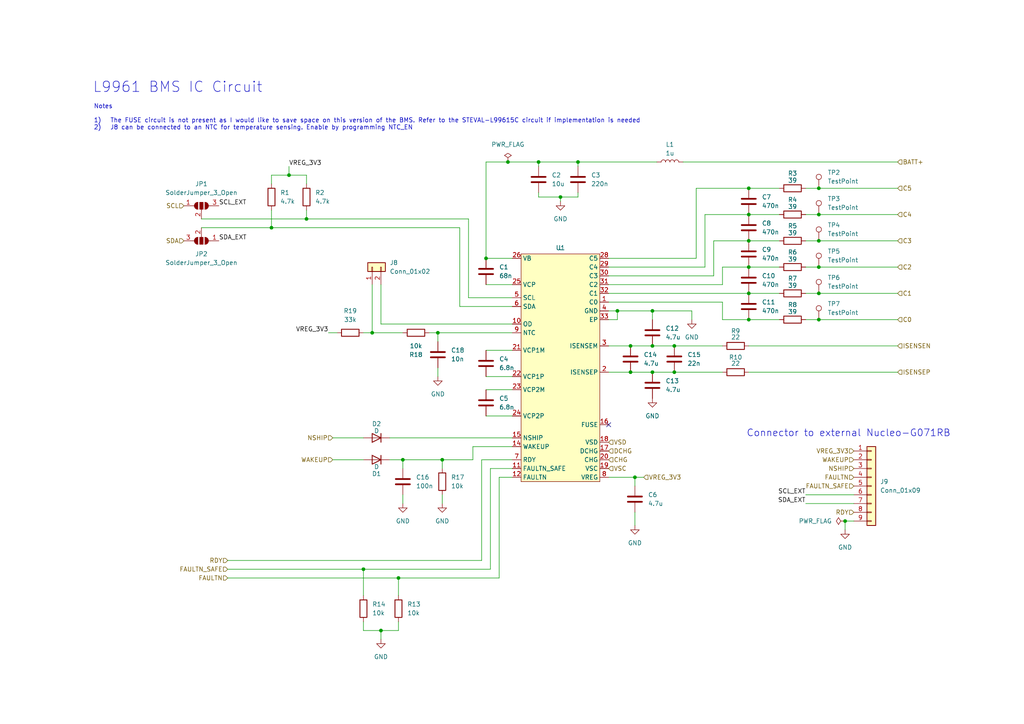
<source format=kicad_sch>
(kicad_sch (version 20231120) (generator "eeschema") (generator_version "8.0")
  (paper "A4")
  (lib_symbols
    (symbol "Connector:TestPoint" (pin_numbers hide) (pin_names (offset 0.762) hide)
      (property "Reference" "TP" (at 0 6.858 0))
      (property "Value" "TestPoint" (at 0 5.08 0))
      (symbol "TestPoint_0_1"
        (circle (center 0 3.302) (radius 0.762))
      )
      (symbol "TestPoint_1_1"
        (pin passive line (at 0 0 90) (length 2.54) (name "1") (number "1"))
      )
    )
    (symbol "Connector_Generic:Conn_01x02" (pin_names (offset 1.016) hide)
      (property "Reference" "J" (at 0 2.54 0))
      (property "Value" "Conn_01x02" (at 0 -5.08 0))
      (symbol "Conn_01x02_1_1"
        (rectangle (start -1.27 -2.413) (end 0 -2.667) (stroke (width 0.1524)))
        (rectangle (start -1.27 0.127) (end 0 -0.127) (stroke (width 0.1524)))
        (rectangle (start -1.27 1.27) (end 1.27 -3.81) (stroke (width 0.254)) (fill (type background)))
        (pin passive line (at -5.08 0 0) (length 3.81) (name "Pin_1") (number "1"))
        (pin passive line (at -5.08 -2.54 0) (length 3.81) (name "Pin_2") (number "2"))
      )
    )
    (symbol "Connector_Generic:Conn_01x09" (pin_names (offset 1.016) hide)
      (property "Reference" "J" (at 0 12.7 0))
      (property "Value" "Conn_01x09" (at 0 -12.7 0))
      (symbol "Conn_01x09_1_1"
        (rectangle (start -1.27 -10.033) (end 0 -10.287) (stroke (width 0.1524)))
        (rectangle (start -1.27 -7.493) (end 0 -7.747) (stroke (width 0.1524)))
        (rectangle (start -1.27 -4.953) (end 0 -5.207) (stroke (width 0.1524)))
        (rectangle (start -1.27 -2.413) (end 0 -2.667) (stroke (width 0.1524)))
        (rectangle (start -1.27 0.127) (end 0 -0.127) (stroke (width 0.1524)))
        (rectangle (start -1.27 2.667) (end 0 2.413) (stroke (width 0.1524)))
        (rectangle (start -1.27 5.207) (end 0 4.953) (stroke (width 0.1524)))
        (rectangle (start -1.27 7.747) (end 0 7.493) (stroke (width 0.1524)))
        (rectangle (start -1.27 10.287) (end 0 10.033) (stroke (width 0.1524)))
        (rectangle (start -1.27 11.43) (end 1.27 -11.43) (stroke (width 0.254)) (fill (type background)))
        (pin passive line (at -5.08 10.16 0) (length 3.81) (name "Pin_1") (number "1"))
        (pin passive line (at -5.08 7.62 0) (length 3.81) (name "Pin_2") (number "2"))
        (pin passive line (at -5.08 5.08 0) (length 3.81) (name "Pin_3") (number "3"))
        (pin passive line (at -5.08 2.54 0) (length 3.81) (name "Pin_4") (number "4"))
        (pin passive line (at -5.08 0 0) (length 3.81) (name "Pin_5") (number "5"))
        (pin passive line (at -5.08 -2.54 0) (length 3.81) (name "Pin_6") (number "6"))
        (pin passive line (at -5.08 -5.08 0) (length 3.81) (name "Pin_7") (number "7"))
        (pin passive line (at -5.08 -7.62 0) (length 3.81) (name "Pin_8") (number "8"))
        (pin passive line (at -5.08 -10.16 0) (length 3.81) (name "Pin_9") (number "9"))
      )
    )
    (symbol "Device:C" (pin_numbers hide) (pin_names (offset 0.254))
      (property "Reference" "C" (at 0.635 2.54 0))
      (property "Value" "C" (at 0.635 -2.54 0))
      (symbol "C_0_1"
        (polyline (pts (xy -2.032 -0.762) (xy 2.032 -0.762)) (stroke (width 0.508)))
        (polyline (pts (xy -2.032 0.762) (xy 2.032 0.762)) (stroke (width 0.508)))
      )
      (symbol "C_1_1"
        (pin passive line (at 0 3.81 270) (length 2.794) (name "~") (number "1"))
        (pin passive line (at 0 -3.81 90) (length 2.794) (name "~") (number "2"))
      )
    )
    (symbol "Device:D" (pin_numbers hide) (pin_names (offset 1.016) hide)
      (property "Reference" "D" (at 0 2.54 0))
      (property "Value" "D" (at 0 -2.54 0))
      (symbol "D_0_1"
        (polyline (pts (xy -1.27 1.27) (xy -1.27 -1.27)) (stroke (width 0.254)))
        (polyline (pts (xy 1.27 0) (xy -1.27 0)))
        (polyline (pts (xy 1.27 1.27) (xy 1.27 -1.27) (xy -1.27 0) (xy 1.27 1.27)) (stroke (width 0.254)))
      )
      (symbol "D_1_1"
        (pin passive line (at -3.81 0 0) (length 2.54) (name "K") (number "1"))
        (pin passive line (at 3.81 0 180) (length 2.54) (name "A") (number "2"))
      )
    )
    (symbol "Device:L" (pin_numbers hide) (pin_names (offset 1.016) hide)
      (property "Reference" "L" (at -1.27 0 90))
      (property "Value" "L" (at 1.905 0 90))
      (symbol "L_0_1"
        (arc (start 0 -2.54) (mid 0.6323 -1.905) (end 0 -1.27))
        (arc (start 0 -1.27) (mid 0.6323 -0.635) (end 0 0))
        (arc (start 0 0) (mid 0.6323 0.635) (end 0 1.27))
        (arc (start 0 1.27) (mid 0.6323 1.905) (end 0 2.54))
      )
      (symbol "L_1_1"
        (pin passive line (at 0 3.81 270) (length 1.27) (name "1") (number "1"))
        (pin passive line (at 0 -3.81 90) (length 1.27) (name "2") (number "2"))
      )
    )
    (symbol "Device:R" (pin_numbers hide) (pin_names (offset 0))
      (property "Reference" "R" (at 2.032 0 90))
      (property "Value" "R" (at 0 0 90))
      (symbol "R_0_1"
        (rectangle (start -1.016 -2.54) (end 1.016 2.54) (stroke (width 0.254)))
      )
      (symbol "R_1_1"
        (pin passive line (at 0 3.81 270) (length 1.27) (name "~") (number "1"))
        (pin passive line (at 0 -3.81 90) (length 1.27) (name "~") (number "2"))
      )
    )
    (symbol "Jumper:SolderJumper_3_Open" (pin_names (offset 0) hide)
      (property "Reference" "JP" (at -2.54 -2.54 0))
      (property "Value" "SolderJumper_3_Open" (at 0 2.794 0))
      (symbol "SolderJumper_3_Open_0_1"
        (arc (start -1.016 1.016) (mid -2.0276 0) (end -1.016 -1.016))
        (arc (start -1.016 1.016) (mid -2.0276 0) (end -1.016 -1.016) (fill (type outline)))
        (rectangle (start -0.508 1.016) (end 0.508 -1.016) (fill (type outline)))
        (polyline (pts (xy -2.54 0) (xy -2.032 0)))
        (polyline (pts (xy -1.016 1.016) (xy -1.016 -1.016)))
        (polyline (pts (xy 0 -1.27) (xy 0 -1.016)))
        (polyline (pts (xy 1.016 1.016) (xy 1.016 -1.016)))
        (polyline (pts (xy 2.54 0) (xy 2.032 0)))
        (arc (start 1.016 -1.016) (mid 2.0276 0) (end 1.016 1.016))
        (arc (start 1.016 -1.016) (mid 2.0276 0) (end 1.016 1.016) (fill (type outline)))
      )
      (symbol "SolderJumper_3_Open_1_1"
        (pin passive line (at -5.08 0 0) (length 2.54) (name "A") (number "1"))
        (pin passive line (at 0 -3.81 90) (length 2.54) (name "C") (number "2"))
        (pin passive line (at 5.08 0 180) (length 2.54) (name "B") (number "3"))
      )
    )
    (symbol "li-ion_BMS:L9961"
      (property "Reference" "U" (at 0 2.032 0))
      (property "Value" "L9961" (at -8.636 1.778 0))
      (symbol "L9961_1_1"
        (rectangle (start -11.43 0) (end 11.43 -66.04) (fill (type background)))
        (pin input line (at 13.97 -13.97 180) (length 2.54) (name "C0") (number "1"))
        (pin input line (at -13.97 -20.32 0) (length 2.54) (name "OD") (number "10"))
        (pin output line (at -13.97 -62.23 0) (length 2.54) (name "FAULTN_SAFE") (number "11"))
        (pin input line (at -13.97 -64.77 0) (length 2.54) (name "FAULTN") (number "12"))
        (pin power_in line (at 13.97 -16.51 180) (length 2.54) hide (name "GND") (number "13"))
        (pin input line (at -13.97 -55.88 0) (length 2.54) (name "WAKEUP") (number "14"))
        (pin input line (at -13.97 -53.34 0) (length 2.54) (name "NSHIP") (number "15"))
        (pin bidirectional line (at 13.97 -49.53 180) (length 2.54) (name "FUSE") (number "16"))
        (pin output line (at 13.97 -57.15 180) (length 2.54) (name "DCHG") (number "17"))
        (pin output line (at 13.97 -54.61 180) (length 2.54) (name "VSD") (number "18"))
        (pin output line (at 13.97 -62.23 180) (length 2.54) (name "VSC") (number "19"))
        (pin input line (at 13.97 -34.29 180) (length 2.54) (name "ISENSEP") (number "2"))
        (pin output line (at 13.97 -59.69 180) (length 2.54) (name "CHG") (number "20"))
        (pin input line (at -13.97 -27.94 0) (length 2.54) (name "VCP1M") (number "21"))
        (pin input line (at -13.97 -35.56 0) (length 2.54) (name "VCP1P") (number "22"))
        (pin input line (at -13.97 -39.37 0) (length 2.54) (name "VCP2M") (number "23"))
        (pin input line (at -13.97 -46.99 0) (length 2.54) (name "VCP2P") (number "24"))
        (pin power_out line (at -13.97 -8.89 0) (length 2.54) (name "VCP") (number "25"))
        (pin power_in line (at -13.97 -1.27 0) (length 2.54) (name "VB") (number "26"))
        (pin power_in line (at 13.97 -16.51 180) (length 2.54) hide (name "GND") (number "27"))
        (pin input line (at 13.97 -1.27 180) (length 2.54) (name "C5") (number "28"))
        (pin input line (at 13.97 -3.81 180) (length 2.54) (name "C4") (number "29"))
        (pin input line (at 13.97 -26.67 180) (length 2.54) (name "ISENSEM") (number "3"))
        (pin input line (at 13.97 -6.35 180) (length 2.54) (name "C3") (number "30"))
        (pin input line (at 13.97 -8.89 180) (length 2.54) (name "C2") (number "31"))
        (pin input line (at 13.97 -11.43 180) (length 2.54) (name "C1") (number "32"))
        (pin passive line (at 13.97 -19.05 180) (length 2.54) (name "EP") (number "33"))
        (pin power_in line (at 13.97 -16.51 180) (length 2.54) (name "GND") (number "4"))
        (pin input line (at -13.97 -12.7 0) (length 2.54) (name "SCL") (number "5"))
        (pin input line (at -13.97 -15.24 0) (length 2.54) (name "SDA") (number "6"))
        (pin bidirectional line (at -13.97 -59.69 0) (length 2.54) (name "RDY") (number "7"))
        (pin power_out line (at 13.97 -64.77 180) (length 2.54) (name "VREG") (number "8"))
        (pin input line (at -13.97 -22.86 0) (length 2.54) (name "NTC") (number "9"))
      )
    )
    (symbol "power:GND" (power) (pin_names (offset 0))
      (property "Value" "GND" (at 0 -3.81 0))
      (symbol "GND_0_1"
        (polyline (pts (xy 0 0) (xy 0 -1.27) (xy 1.27 -1.27) (xy 0 -2.54) (xy -1.27 -1.27) (xy 0 -1.27)))
      )
      (symbol "GND_1_1"
        (pin power_in line (at 0 0 270) (length 0) hide (name "GND") (number "1"))
      )
    )
    (symbol "power:PWR_FLAG" (power) (pin_numbers hide) (pin_names (offset 0) hide)
      (property "Value" "PWR_FLAG" (at 0 3.81 0))
      (symbol "PWR_FLAG_0_0"
        (pin power_out line (at 0 0 90) (length 0) (name "pwr") (number "1"))
      )
      (symbol "PWR_FLAG_0_1"
        (polyline (pts (xy 0 0) (xy 0 1.27) (xy -1.016 1.905) (xy 0 2.54) (xy 1.016 1.905) (xy 0 1.27)))
      )
    )
  )
  (junction (at 184.15 138.43))
  (junction (at 217.17 54.61))
  (junction (at 116.84 133.35))
  (junction (at 162.56 57.15))
  (junction (at 127 96.52))
  (junction (at 105.41 165.1))
  (junction (at 217.17 62.23))
  (junction (at 147.32 46.99))
  (junction (at 78.74 66.04))
  (junction (at 115.57 167.64))
  (junction (at 217.17 77.47))
  (junction (at 107.95 96.52))
  (junction (at 237.49 69.85))
  (junction (at 83.82 50.8))
  (junction (at 195.58 100.33))
  (junction (at 237.49 62.23))
  (junction (at 128.27 133.35))
  (junction (at 189.23 107.95))
  (junction (at 237.49 92.71))
  (junction (at 167.64 46.99))
  (junction (at 217.17 85.09))
  (junction (at 245.11 151.13))
  (junction (at 189.23 100.33))
  (junction (at 237.49 85.09))
  (junction (at 110.49 182.88))
  (junction (at 182.88 107.95))
  (junction (at 195.58 107.95))
  (junction (at 156.21 46.99))
  (junction (at 189.23 90.17))
  (junction (at 237.49 77.47))
  (junction (at 217.17 69.85))
  (junction (at 182.88 100.33))
  (junction (at 217.17 92.71))
  (junction (at 179.07 90.17))
  (junction (at 88.9 63.5))
  (junction (at 140.97 74.93))
  (junction (at 237.49 54.61))
  (no_connect (at 176.53 123.19))
  (wire (pts (xy 133.35 88.9) (xy 148.59 88.9)))
  (wire (pts (xy 195.58 107.95) (xy 209.55 107.95)))
  (wire (pts (xy 113.03 133.35) (xy 116.84 133.35)))
  (wire (pts (xy 176.53 80.01) (xy 207.01 80.01)))
  (wire (pts (xy 176.53 74.93) (xy 201.93 74.93)))
  (wire (pts (xy 105.41 96.52) (xy 107.95 96.52)))
  (wire (pts (xy 88.9 50.8) (xy 88.9 53.34)))
  (wire (pts (xy 115.57 167.64) (xy 115.57 172.72)))
  (wire (pts (xy 233.68 77.47) (xy 237.49 77.47)))
  (wire (pts (xy 176.53 100.33) (xy 182.88 100.33)))
  (wire (pts (xy 176.53 107.95) (xy 182.88 107.95)))
  (wire (pts (xy 140.97 74.93) (xy 140.97 46.99)))
  (wire (pts (xy 189.23 90.17) (xy 200.66 90.17)))
  (wire (pts (xy 135.89 86.36) (xy 135.89 63.5)))
  (wire (pts (xy 198.12 46.99) (xy 260.35 46.99)))
  (wire (pts (xy 217.17 100.33) (xy 260.35 100.33)))
  (wire (pts (xy 237.49 69.85) (xy 260.35 69.85)))
  (wire (pts (xy 147.32 46.99) (xy 156.21 46.99)))
  (wire (pts (xy 209.55 82.55) (xy 209.55 77.47)))
  (wire (pts (xy 207.01 69.85) (xy 207.01 80.01)))
  (wire (pts (xy 95.25 96.52) (xy 97.79 96.52)))
  (wire (pts (xy 179.07 92.71) (xy 179.07 90.17)))
  (wire (pts (xy 156.21 57.15) (xy 162.56 57.15)))
  (wire (pts (xy 140.97 109.22) (xy 148.59 109.22)))
  (wire (pts (xy 182.88 107.95) (xy 189.23 107.95)))
  (wire (pts (xy 237.49 92.71) (xy 260.35 92.71)))
  (wire (pts (xy 156.21 46.99) (xy 156.21 48.26)))
  (wire (pts (xy 142.24 135.89) (xy 142.24 165.1)))
  (wire (pts (xy 128.27 133.35) (xy 137.16 133.35)))
  (wire (pts (xy 217.17 77.47) (xy 226.06 77.47)))
  (wire (pts (xy 66.04 162.56) (xy 139.7 162.56)))
  (wire (pts (xy 237.49 54.61) (xy 260.35 54.61)))
  (wire (pts (xy 179.07 90.17) (xy 189.23 90.17)))
  (wire (pts (xy 116.84 133.35) (xy 116.84 135.89)))
  (wire (pts (xy 217.17 92.71) (xy 226.06 92.71)))
  (wire (pts (xy 201.93 54.61) (xy 217.17 54.61)))
  (wire (pts (xy 148.59 135.89) (xy 142.24 135.89)))
  (wire (pts (xy 217.17 54.61) (xy 226.06 54.61)))
  (wire (pts (xy 83.82 50.8) (xy 88.9 50.8)))
  (wire (pts (xy 162.56 57.15) (xy 167.64 57.15)))
  (wire (pts (xy 201.93 54.61) (xy 201.93 74.93)))
  (wire (pts (xy 184.15 138.43) (xy 184.15 140.97)))
  (wire (pts (xy 233.68 146.05) (xy 247.65 146.05)))
  (wire (pts (xy 88.9 60.96) (xy 88.9 63.5)))
  (wire (pts (xy 189.23 100.33) (xy 195.58 100.33)))
  (wire (pts (xy 233.68 62.23) (xy 237.49 62.23)))
  (wire (pts (xy 116.84 143.51) (xy 116.84 146.05)))
  (wire (pts (xy 66.04 167.64) (xy 115.57 167.64)))
  (wire (pts (xy 176.53 92.71) (xy 179.07 92.71)))
  (wire (pts (xy 110.49 185.42) (xy 110.49 182.88)))
  (wire (pts (xy 237.49 85.09) (xy 260.35 85.09)))
  (wire (pts (xy 176.53 90.17) (xy 179.07 90.17)))
  (wire (pts (xy 245.11 151.13) (xy 245.11 153.67)))
  (wire (pts (xy 233.68 143.51) (xy 247.65 143.51)))
  (wire (pts (xy 127 96.52) (xy 148.59 96.52)))
  (wire (pts (xy 107.95 82.55) (xy 107.95 96.52)))
  (wire (pts (xy 233.68 69.85) (xy 237.49 69.85)))
  (wire (pts (xy 140.97 120.65) (xy 148.59 120.65)))
  (wire (pts (xy 233.68 92.71) (xy 237.49 92.71)))
  (wire (pts (xy 88.9 63.5) (xy 135.89 63.5)))
  (wire (pts (xy 176.53 82.55) (xy 209.55 82.55)))
  (wire (pts (xy 189.23 90.17) (xy 189.23 92.71)))
  (wire (pts (xy 137.16 129.54) (xy 148.59 129.54)))
  (wire (pts (xy 127 106.68) (xy 127 109.22)))
  (wire (pts (xy 217.17 85.09) (xy 226.06 85.09)))
  (wire (pts (xy 140.97 82.55) (xy 148.59 82.55)))
  (wire (pts (xy 107.95 96.52) (xy 116.84 96.52)))
  (wire (pts (xy 207.01 69.85) (xy 217.17 69.85)))
  (wire (pts (xy 184.15 148.59) (xy 184.15 152.4)))
  (wire (pts (xy 66.04 165.1) (xy 105.41 165.1)))
  (wire (pts (xy 144.78 138.43) (xy 148.59 138.43)))
  (wire (pts (xy 140.97 46.99) (xy 147.32 46.99)))
  (wire (pts (xy 245.11 151.13) (xy 247.65 151.13)))
  (wire (pts (xy 115.57 167.64) (xy 144.78 167.64)))
  (wire (pts (xy 209.55 87.63) (xy 209.55 92.71)))
  (wire (pts (xy 233.68 54.61) (xy 237.49 54.61)))
  (wire (pts (xy 139.7 162.56) (xy 139.7 133.35)))
  (wire (pts (xy 195.58 100.33) (xy 209.55 100.33)))
  (wire (pts (xy 110.49 182.88) (xy 115.57 182.88)))
  (wire (pts (xy 78.74 50.8) (xy 83.82 50.8)))
  (wire (pts (xy 204.47 62.23) (xy 204.47 77.47)))
  (wire (pts (xy 96.52 127) (xy 105.41 127)))
  (wire (pts (xy 156.21 55.88) (xy 156.21 57.15)))
  (wire (pts (xy 209.55 92.71) (xy 217.17 92.71)))
  (wire (pts (xy 128.27 143.51) (xy 128.27 146.05)))
  (wire (pts (xy 233.68 85.09) (xy 237.49 85.09)))
  (wire (pts (xy 167.64 57.15) (xy 167.64 55.88)))
  (wire (pts (xy 140.97 113.03) (xy 148.59 113.03)))
  (wire (pts (xy 176.53 85.09) (xy 217.17 85.09)))
  (wire (pts (xy 105.41 180.34) (xy 105.41 182.88)))
  (wire (pts (xy 78.74 60.96) (xy 78.74 66.04)))
  (wire (pts (xy 200.66 90.17) (xy 200.66 92.71)))
  (wire (pts (xy 140.97 101.6) (xy 148.59 101.6)))
  (wire (pts (xy 139.7 133.35) (xy 148.59 133.35)))
  (wire (pts (xy 58.42 66.04) (xy 78.74 66.04)))
  (wire (pts (xy 176.53 138.43) (xy 184.15 138.43)))
  (wire (pts (xy 184.15 138.43) (xy 186.69 138.43)))
  (wire (pts (xy 217.17 62.23) (xy 226.06 62.23)))
  (wire (pts (xy 110.49 82.55) (xy 110.49 93.98)))
  (wire (pts (xy 217.17 107.95) (xy 260.35 107.95)))
  (wire (pts (xy 162.56 57.15) (xy 162.56 58.42)))
  (wire (pts (xy 133.35 66.04) (xy 133.35 88.9)))
  (wire (pts (xy 113.03 127) (xy 148.59 127)))
  (wire (pts (xy 237.49 62.23) (xy 260.35 62.23)))
  (wire (pts (xy 237.49 77.47) (xy 260.35 77.47)))
  (wire (pts (xy 115.57 182.88) (xy 115.57 180.34)))
  (wire (pts (xy 116.84 133.35) (xy 128.27 133.35)))
  (wire (pts (xy 58.42 63.5) (xy 88.9 63.5)))
  (wire (pts (xy 105.41 165.1) (xy 142.24 165.1)))
  (wire (pts (xy 204.47 62.23) (xy 217.17 62.23)))
  (wire (pts (xy 127 96.52) (xy 127 99.06)))
  (wire (pts (xy 137.16 133.35) (xy 137.16 129.54)))
  (wire (pts (xy 167.64 46.99) (xy 167.64 48.26)))
  (wire (pts (xy 105.41 165.1) (xy 105.41 172.72)))
  (wire (pts (xy 78.74 53.34) (xy 78.74 50.8)))
  (wire (pts (xy 128.27 133.35) (xy 128.27 135.89)))
  (wire (pts (xy 182.88 100.33) (xy 189.23 100.33)))
  (wire (pts (xy 78.74 66.04) (xy 133.35 66.04)))
  (wire (pts (xy 167.64 46.99) (xy 190.5 46.99)))
  (wire (pts (xy 176.53 87.63) (xy 209.55 87.63)))
  (wire (pts (xy 144.78 167.64) (xy 144.78 138.43)))
  (wire (pts (xy 110.49 93.98) (xy 148.59 93.98)))
  (wire (pts (xy 189.23 107.95) (xy 195.58 107.95)))
  (wire (pts (xy 204.47 77.47) (xy 176.53 77.47)))
  (wire (pts (xy 209.55 77.47) (xy 217.17 77.47)))
  (wire (pts (xy 148.59 86.36) (xy 135.89 86.36)))
  (wire (pts (xy 124.46 96.52) (xy 127 96.52)))
  (wire (pts (xy 96.52 133.35) (xy 105.41 133.35)))
  (wire (pts (xy 83.82 48.26) (xy 83.82 50.8)))
  (wire (pts (xy 217.17 69.85) (xy 226.06 69.85)))
  (wire (pts (xy 156.21 46.99) (xy 167.64 46.99)))
  (wire (pts (xy 105.41 182.88) (xy 110.49 182.88)))
  (wire (pts (xy 140.97 74.93) (xy 148.59 74.93)))
  (text "L9961 BMS IC Circuit" (at 51.562 25.4 0) (effects (font (size 3 3))))
  (text "Notes\n\n1)	The FUSE circuit is not present as I would like to save space on this version of the BMS. Refer to the STEVAL-L99615C circuit if implementation is needed\n2)	J8 can be connected to an NTC for temperature sensing. Enable by programming NTC_EN" (at 27.178 30.226 0) (effects (font (size 1.27 1.27)) (justify left top)))
  (text "Connector to external Nucleo-G071RB" (at 246.126 125.73 0) (effects (font (size 2 2))))
  (label "SDA_EXT" (at 63.5 69.85 0))
  (label "SCL_EXT" (at 63.5 59.69 0))
  (label "VREG_3V3" (at 95.25 96.52 180))
  (label "VREG_3V3" (at 83.82 48.26 0))
  (label "SCL_EXT" (at 233.68 143.51 180))
  (label "SDA_EXT" (at 233.68 146.05 180))
  (hierarchical_label "C3" (shape input) (at 260.35 69.85 0))
  (hierarchical_label "FAULTN_SAFE" (shape input) (at 66.04 165.1 180))
  (hierarchical_label "FAULTN" (shape input) (at 247.65 138.43 180))
  (hierarchical_label "C2" (shape input) (at 260.35 77.47 0))
  (hierarchical_label "C5" (shape input) (at 260.35 54.61 0))
  (hierarchical_label "ISENSEN" (shape input) (at 260.35 100.33 0))
  (hierarchical_label "FAULTN" (shape input) (at 66.04 167.64 180))
  (hierarchical_label "C1" (shape input) (at 260.35 85.09 0))
  (hierarchical_label "VREG_3V3" (shape input) (at 186.69 138.43 0))
  (hierarchical_label "C4" (shape input) (at 260.35 62.23 0))
  (hierarchical_label "DCHG" (shape input) (at 176.53 130.81 0))
  (hierarchical_label "NSHIP" (shape input) (at 96.52 127 180))
  (hierarchical_label "RDY" (shape input) (at 66.04 162.56 180))
  (hierarchical_label "BATT+" (shape input) (at 260.35 46.99 0))
  (hierarchical_label "RDY" (shape input) (at 247.65 148.59 180))
  (hierarchical_label "ISENSEP" (shape input) (at 260.35 107.95 0))
  (hierarchical_label "WAKEUP" (shape input) (at 247.65 133.35 180))
  (hierarchical_label "VSD" (shape input) (at 176.53 128.27 0))
  (hierarchical_label "VREG_3V3" (shape input) (at 247.65 130.81 180))
  (hierarchical_label "SDA" (shape input) (at 53.34 69.85 180))
  (hierarchical_label "FAULTN_SAFE" (shape input) (at 247.65 140.97 180))
  (hierarchical_label "NSHIP" (shape input) (at 247.65 135.89 180))
  (hierarchical_label "VSC" (shape input) (at 176.53 135.89 0))
  (hierarchical_label "CHG" (shape input) (at 176.53 133.35 0))
  (hierarchical_label "SCL" (shape input) (at 53.34 59.69 180))
  (hierarchical_label "WAKEUP" (shape input) (at 96.52 133.35 180))
  (hierarchical_label "C0" (shape input) (at 260.35 92.71 0))
  (symbol (lib_id "Device:R") (at 115.57 176.53 0) (unit 1)
    (property "Reference" "R13" (at 118.11 175.2599 0) (effects (justify left)))
    (property "Value" "10k" (at 118.11 177.7999 0) (effects (justify left)))
    (property "Footprint" "Resistor_SMD:R_0402_1005Metric" (effects (hide yes)))
    (property "Description" "Resistor" (effects (hide yes)))
    (property "LCSC" "C25744" (effects (hide yes)))
  )
  (symbol (lib_id "power:GND") (at 110.49 185.42 0) (unit 1)
    (property "Reference" "#PWR06" (effects (hide yes)))
    (property "Value" "GND" (at 110.49 190.5 0))
    (property "Description" "Power symbol creates a global label with name \"GND\" , ground" (effects (hide yes)))
  )
  (symbol (lib_id "Device:R") (at 128.27 139.7 0) (unit 1)
    (property "Reference" "R17" (at 130.81 138.4299 0) (effects (justify left)))
    (property "Value" "10k" (at 130.81 140.9699 0) (effects (justify left)))
    (property "Footprint" "Resistor_SMD:R_0402_1005Metric" (effects (hide yes)))
    (property "Description" "Resistor" (effects (hide yes)))
    (property "LCSC" "C25744" (effects (hide yes)))
  )
  (symbol (lib_id "Device:D") (at 109.22 127 180) (unit 1)
    (property "Reference" "D2" (at 109.22 122.936 0))
    (property "Value" "D" (at 109.22 124.968 0))
    (property "Footprint" "li-ion_BMS:SS34" (effects (hide yes)))
    (property "Description" "Diode" (effects (hide yes)))
    (property "Sim.Device" "D" (effects (hide yes)))
    (property "Sim.Pins" "1=K 2=A" (effects (hide yes)))
    (property "LCSC" "C8678" (effects (hide yes)))
  )
  (symbol (lib_id "Device:C") (at 140.97 78.74 0) (unit 1)
    (property "Reference" "C1" (at 144.78 77.4699 0) (effects (justify left)))
    (property "Value" "68n" (at 144.78 80.0099 0) (effects (justify left)))
    (property "Footprint" "Capacitor_SMD:C_0603_1608Metric" (effects (hide yes)))
    (property "Description" "Unpolarized capacitor" (effects (hide yes)))
    (property "LCSC" "C31658" (effects (hide yes)))
  )
  (symbol (lib_id "power:GND") (at 162.56 58.42 0) (unit 1)
    (property "Reference" "#PWR01" (effects (hide yes)))
    (property "Value" "GND" (at 162.56 63.5 0))
    (property "Description" "Power symbol creates a global label with name \"GND\" , ground" (effects (hide yes)))
  )
  (symbol (lib_id "Device:C") (at 167.64 52.07 0) (unit 1)
    (property "Reference" "C3" (at 171.45 50.7999 0) (effects (justify left)))
    (property "Value" "220n" (at 171.45 53.3399 0) (effects (justify left)))
    (property "Footprint" "Capacitor_SMD:C_0805_2012Metric" (effects (hide yes)))
    (property "Description" "Unpolarized capacitor" (effects (hide yes)))
    (property "LCSC" "C5378" (effects (hide yes)))
  )
  (symbol (lib_id "Device:C") (at 156.21 52.07 0) (unit 1)
    (property "Reference" "C2" (at 160.02 50.7999 0) (effects (justify left)))
    (property "Value" "10u" (at 160.02 53.3399 0) (effects (justify left)))
    (property "Footprint" "Capacitor_SMD:C_0805_2012Metric" (effects (hide yes)))
    (property "Description" "Unpolarized capacitor" (effects (hide yes)))
    (property "LCSC" "C440198" (effects (hide yes)))
  )
  (symbol (lib_id "Device:C") (at 127 102.87 0) (unit 1)
    (property "Reference" "C18" (at 130.81 101.5999 0) (effects (justify left)))
    (property "Value" "10n" (at 130.81 104.1399 0) (effects (justify left)))
    (property "Footprint" "Capacitor_SMD:C_0402_1005Metric" (effects (hide yes)))
    (property "Description" "Unpolarized capacitor" (effects (hide yes)))
    (property "LCSC" "C15195" (effects (hide yes)))
  )
  (symbol (lib_id "Device:R") (at 229.87 62.23 90) (unit 1)
    (property "Reference" "R4" (at 229.87 57.912 90))
    (property "Value" "39" (at 229.87 59.944 90))
    (property "Footprint" "Resistor_SMD:R_1206_3216Metric" (effects (hide yes)))
    (property "Description" "Resistor" (effects (hide yes)))
    (property "LCSC" "C22198" (effects (hide yes)))
  )
  (symbol (lib_id "power:GND") (at 127 109.22 0) (unit 1)
    (property "Reference" "#PWR011" (effects (hide yes)))
    (property "Value" "GND" (at 127 114.3 0))
    (property "Description" "Power symbol creates a global label with name \"GND\" , ground" (effects (hide yes)))
  )
  (symbol (lib_id "Device:R") (at 120.65 96.52 90) (mirror x) (unit 1)
    (property "Reference" "R18" (at 120.65 102.87 90))
    (property "Value" "10k" (at 120.65 100.33 90))
    (property "Footprint" "Resistor_SMD:R_0402_1005Metric" (effects (hide yes)))
    (property "Description" "Resistor" (effects (hide yes)))
    (property "LCSC" "C25744" (effects (hide yes)))
  )
  (symbol (lib_id "Connector:TestPoint") (at 237.49 54.61 0) (unit 1) (in_bom no)
    (property "Reference" "TP2" (at 240.03 50.0379 0) (effects (justify left)))
    (property "Value" "TestPoint" (at 240.03 52.5779 0) (effects (justify left)))
    (property "Footprint" "TestPoint:TestPoint_Pad_D1.0mm" (effects (hide yes)))
    (property "Description" "test point" (effects (hide yes)))
  )
  (symbol (lib_id "Device:L") (at 194.31 46.99 90) (unit 1)
    (property "Reference" "L1" (at 194.31 41.91 90))
    (property "Value" "1u" (at 194.31 44.45 90))
    (property "Footprint" "Inductor_SMD:L_1008_2520Metric" (effects (hide yes)))
    (property "Description" "Inductor" (effects (hide yes)))
    (property "LCSC" "C86091" (effects (hide yes)))
  )
  (symbol (lib_id "Device:D") (at 109.22 133.35 0) (mirror y) (unit 1)
    (property "Reference" "D1" (at 109.22 137.414 0))
    (property "Value" "D" (at 109.22 135.382 0))
    (property "Footprint" "li-ion_BMS:SS34" (effects (hide yes)))
    (property "Description" "Diode" (effects (hide yes)))
    (property "Sim.Device" "D" (effects (hide yes)))
    (property "Sim.Pins" "1=K 2=A" (effects (hide yes)))
    (property "LCSC" "C8678" (effects (hide yes)))
  )
  (symbol (lib_id "Device:R") (at 213.36 100.33 90) (unit 1)
    (property "Reference" "R9" (at 213.36 96.012 90))
    (property "Value" "22" (at 213.36 97.79 90))
    (property "Footprint" "Resistor_SMD:R_0603_1608Metric" (effects (hide yes)))
    (property "Description" "Resistor" (effects (hide yes)))
    (property "LCSC" "C23345" (effects (hide yes)))
  )
  (symbol (lib_id "power:GND") (at 245.11 153.67 0) (unit 1)
    (property "Reference" "#PWR017" (effects (hide yes)))
    (property "Value" "GND" (at 245.11 158.75 0))
    (property "Description" "Power symbol creates a global label with name \"GND\" , ground" (effects (hide yes)))
  )
  (symbol (lib_id "Connector:TestPoint") (at 237.49 62.23 0) (unit 1) (in_bom no)
    (property "Reference" "TP3" (at 240.03 57.6579 0) (effects (justify left)))
    (property "Value" "TestPoint" (at 240.03 60.1979 0) (effects (justify left)))
    (property "Footprint" "TestPoint:TestPoint_Pad_D1.0mm" (effects (hide yes)))
    (property "Description" "test point" (effects (hide yes)))
  )
  (symbol (lib_id "Device:C") (at 217.17 81.28 0) (unit 1)
    (property "Reference" "C10" (at 220.98 80.0099 0) (effects (justify left)))
    (property "Value" "470n" (at 220.98 82.5499 0) (effects (justify left)))
    (property "Footprint" "Capacitor_SMD:C_0603_1608Metric" (effects (hide yes)))
    (property "Description" "Unpolarized capacitor" (effects (hide yes)))
    (property "LCSC" "C1623" (effects (hide yes)))
  )
  (symbol (lib_id "Device:R") (at 229.87 54.61 90) (unit 1)
    (property "Reference" "R3" (at 229.87 50.292 90))
    (property "Value" "39" (at 229.87 52.324 90))
    (property "Footprint" "Resistor_SMD:R_1206_3216Metric" (effects (hide yes)))
    (property "Description" "Resistor" (effects (hide yes)))
    (property "LCSC" "C22198" (effects (hide yes)))
  )
  (symbol (lib_id "Connector_Generic:Conn_01x02") (at 107.95 77.47 90) (unit 1)
    (property "Reference" "J8" (at 113.03 76.1999 90) (effects (justify right)))
    (property "Value" "Conn_01x02" (at 113.03 78.7399 90) (effects (justify right)))
    (property "Footprint" "Connector_JST:JST_GH_SM02B-GHS-TB_1x02-1MP_P1.25mm_Horizontal" (effects (hide yes)))
    (property "Description" "Generic connector, single row, 01x02, script generated (kicad-library-utils/schlib/autogen/connector/)" (effects (hide yes)))
    (property "LCSC" "C189893" (effects (hide yes)))
  )
  (symbol (lib_id "power:GND") (at 184.15 152.4 0) (unit 1)
    (property "Reference" "#PWR02" (effects (hide yes)))
    (property "Value" "GND" (at 184.15 157.48 0))
    (property "Description" "Power symbol creates a global label with name \"GND\" , ground" (effects (hide yes)))
  )
  (symbol (lib_id "power:PWR_FLAG") (at 245.11 151.13 90) (unit 1)
    (property "Reference" "#FLG02" (effects (hide yes)))
    (property "Value" "PWR_FLAG" (at 241.3 151.1299 90) (effects (justify left)))
    (property "Description" "Special symbol for telling ERC where power comes from" (effects (hide yes)))
  )
  (symbol (lib_id "power:PWR_FLAG") (at 147.32 46.99 0) (unit 1)
    (property "Reference" "#FLG01" (effects (hide yes)))
    (property "Value" "PWR_FLAG" (at 147.32 41.91 0))
    (property "Description" "Special symbol for telling ERC where power comes from" (effects (hide yes)))
  )
  (symbol (lib_id "Device:C") (at 189.23 111.76 0) (unit 1)
    (property "Reference" "C13" (at 193.04 110.4899 0) (effects (justify left)))
    (property "Value" "4.7u" (at 193.04 113.0299 0) (effects (justify left)))
    (property "Footprint" "Capacitor_SMD:C_0603_1608Metric" (effects (hide yes)))
    (property "Description" "Unpolarized capacitor" (effects (hide yes)))
    (property "LCSC" "C19666" (effects (hide yes)))
  )
  (symbol (lib_id "Device:C") (at 217.17 73.66 0) (unit 1)
    (property "Reference" "C9" (at 220.98 72.3899 0) (effects (justify left)))
    (property "Value" "470n" (at 220.98 74.9299 0) (effects (justify left)))
    (property "Footprint" "Capacitor_SMD:C_0603_1608Metric" (effects (hide yes)))
    (property "Description" "Unpolarized capacitor" (effects (hide yes)))
    (property "LCSC" "C1623" (effects (hide yes)))
  )
  (symbol (lib_id "Device:R") (at 213.36 107.95 90) (unit 1)
    (property "Reference" "R10" (at 213.36 103.632 90))
    (property "Value" "22" (at 213.36 105.41 90))
    (property "Footprint" "Resistor_SMD:R_0603_1608Metric" (effects (hide yes)))
    (property "Description" "Resistor" (effects (hide yes)))
    (property "LCSC" "C23345" (effects (hide yes)))
  )
  (symbol (lib_id "Device:R") (at 229.87 85.09 90) (unit 1)
    (property "Reference" "R7" (at 229.87 80.772 90))
    (property "Value" "39" (at 229.87 82.804 90))
    (property "Footprint" "Resistor_SMD:R_1206_3216Metric" (effects (hide yes)))
    (property "Description" "Resistor" (effects (hide yes)))
    (property "LCSC" "C22198" (effects (hide yes)))
  )
  (symbol (lib_id "Connector:TestPoint") (at 237.49 77.47 0) (unit 1) (in_bom no)
    (property "Reference" "TP5" (at 240.03 72.8979 0) (effects (justify left)))
    (property "Value" "TestPoint" (at 240.03 75.4379 0) (effects (justify left)))
    (property "Footprint" "TestPoint:TestPoint_Pad_D1.0mm" (effects (hide yes)))
    (property "Description" "test point" (effects (hide yes)))
  )
  (symbol (lib_id "Device:C") (at 140.97 105.41 0) (unit 1)
    (property "Reference" "C4" (at 144.78 104.1399 0) (effects (justify left)))
    (property "Value" "6.8n" (at 144.78 106.6799 0) (effects (justify left)))
    (property "Footprint" "Capacitor_SMD:C_0402_1005Metric" (effects (hide yes)))
    (property "Description" "Unpolarized capacitor" (effects (hide yes)))
    (property "LCSC" "C1542" (effects (hide yes)))
  )
  (symbol (lib_id "Device:R") (at 229.87 92.71 90) (unit 1)
    (property "Reference" "R8" (at 229.87 88.392 90))
    (property "Value" "39" (at 229.87 90.424 90))
    (property "Footprint" "Resistor_SMD:R_1206_3216Metric" (effects (hide yes)))
    (property "Description" "Resistor" (effects (hide yes)))
    (property "LCSC" "C22198" (effects (hide yes)))
  )
  (symbol (lib_id "Device:R") (at 229.87 69.85 90) (unit 1)
    (property "Reference" "R5" (at 229.87 65.532 90))
    (property "Value" "39" (at 229.87 67.564 90))
    (property "Footprint" "Resistor_SMD:R_1206_3216Metric" (effects (hide yes)))
    (property "Description" "Resistor" (effects (hide yes)))
    (property "LCSC" "C22198" (effects (hide yes)))
  )
  (symbol (lib_id "Device:C") (at 217.17 58.42 0) (unit 1)
    (property "Reference" "C7" (at 220.98 57.1499 0) (effects (justify left)))
    (property "Value" "470n" (at 220.98 59.6899 0) (effects (justify left)))
    (property "Footprint" "Capacitor_SMD:C_0603_1608Metric" (effects (hide yes)))
    (property "Description" "Unpolarized capacitor" (effects (hide yes)))
    (property "LCSC" "C1623" (effects (hide yes)))
  )
  (symbol (lib_id "Device:R") (at 105.41 176.53 0) (unit 1)
    (property "Reference" "R14" (at 107.95 175.2599 0) (effects (justify left)))
    (property "Value" "10k" (at 107.95 177.7999 0) (effects (justify left)))
    (property "Footprint" "Resistor_SMD:R_0402_1005Metric" (effects (hide yes)))
    (property "Description" "Resistor" (effects (hide yes)))
    (property "LCSC" "C25744" (effects (hide yes)))
  )
  (symbol (lib_id "Jumper:SolderJumper_3_Open") (at 58.42 59.69 0) (unit 1) (in_bom no)
    (property "Reference" "JP1" (at 58.42 53.34 0))
    (property "Value" "SolderJumper_3_Open" (at 58.42 55.88 0))
    (property "Footprint" "Jumper:SolderJumper-3_P1.3mm_Open_Pad1.0x1.5mm_NumberLabels" (effects (hide yes)))
    (property "Description" "Solder Jumper, 3-pole, open" (effects (hide yes)))
  )
  (symbol (lib_id "power:GND") (at 200.66 92.71 0) (unit 1)
    (property "Reference" "#PWR03" (effects (hide yes)))
    (property "Value" "GND" (at 200.66 97.79 0))
    (property "Description" "Power symbol creates a global label with name \"GND\" , ground" (effects (hide yes)))
  )
  (symbol (lib_id "Device:R") (at 229.87 77.47 90) (unit 1)
    (property "Reference" "R6" (at 229.87 73.152 90))
    (property "Value" "39" (at 229.87 75.184 90))
    (property "Footprint" "Resistor_SMD:R_1206_3216Metric" (effects (hide yes)))
    (property "Description" "Resistor" (effects (hide yes)))
    (property "LCSC" "C22198" (effects (hide yes)))
  )
  (symbol (lib_id "Device:C") (at 217.17 66.04 0) (unit 1)
    (property "Reference" "C8" (at 220.98 64.7699 0) (effects (justify left)))
    (property "Value" "470n" (at 220.98 67.3099 0) (effects (justify left)))
    (property "Footprint" "Capacitor_SMD:C_0603_1608Metric" (effects (hide yes)))
    (property "Description" "Unpolarized capacitor" (effects (hide yes)))
    (property "LCSC" "C1623" (effects (hide yes)))
  )
  (symbol (lib_id "Jumper:SolderJumper_3_Open") (at 58.42 69.85 180) (unit 1)
    (property "Reference" "JP2" (at 58.42 73.66 0))
    (property "Value" "SolderJumper_3_Open" (at 58.42 76.2 0))
    (property "Footprint" "Jumper:SolderJumper-3_P1.3mm_Open_Pad1.0x1.5mm_NumberLabels" (effects (hide yes)))
    (property "Description" "Solder Jumper, 3-pole, open" (effects (hide yes)))
  )
  (symbol (lib_id "Device:C") (at 116.84 139.7 0) (unit 1)
    (property "Reference" "C16" (at 120.65 138.4299 0) (effects (justify left)))
    (property "Value" "100n" (at 120.65 140.9699 0) (effects (justify left)))
    (property "Footprint" "Capacitor_SMD:C_0603_1608Metric" (effects (hide yes)))
    (property "Description" "Unpolarized capacitor" (effects (hide yes)))
    (property "LCSC" "C14663" (effects (hide yes)))
  )
  (symbol (lib_id "Device:C") (at 182.88 104.14 0) (unit 1)
    (property "Reference" "C14" (at 186.69 102.8699 0) (effects (justify left)))
    (property "Value" "4.7u" (at 186.69 105.4099 0) (effects (justify left)))
    (property "Footprint" "Capacitor_SMD:C_0603_1608Metric" (effects (hide yes)))
    (property "Description" "Unpolarized capacitor" (effects (hide yes)))
    (property "LCSC" "C19666" (effects (hide yes)))
  )
  (symbol (lib_id "Device:C") (at 217.17 88.9 0) (unit 1)
    (property "Reference" "C11" (at 220.98 87.6299 0) (effects (justify left)))
    (property "Value" "470n" (at 220.98 90.1699 0) (effects (justify left)))
    (property "Footprint" "Capacitor_SMD:C_0603_1608Metric" (effects (hide yes)))
    (property "Description" "Unpolarized capacitor" (effects (hide yes)))
    (property "LCSC" "C1623" (effects (hide yes)))
  )
  (symbol (lib_id "power:GND") (at 128.27 146.05 0) (unit 1)
    (property "Reference" "#PWR010" (effects (hide yes)))
    (property "Value" "GND" (at 128.27 151.13 0))
    (property "Description" "Power symbol creates a global label with name \"GND\" , ground" (effects (hide yes)))
  )
  (symbol (lib_id "Device:R") (at 78.74 57.15 0) (unit 1)
    (property "Reference" "R1" (at 81.28 55.8799 0) (effects (justify left)))
    (property "Value" "4.7k" (at 81.28 58.4199 0) (effects (justify left)))
    (property "Footprint" "Resistor_SMD:R_0402_1005Metric" (effects (hide yes)))
    (property "Description" "Resistor" (effects (hide yes)))
    (property "LCSC" "C25900" (effects (hide yes)))
  )
  (symbol (lib_id "li-ion_BMS:L9961") (at 162.56 73.66 0) (unit 1)
    (property "Reference" "U1" (at 162.56 71.882 0))
    (property "Value" "~" (at 162.56 72.39 0))
    (property "Footprint" "li-ion_BMS:QFN50P500X500X100-33N-D" (effects (hide yes)))
  )
  (symbol (lib_id "Connector:TestPoint") (at 237.49 92.71 0) (unit 1) (in_bom no)
    (property "Reference" "TP7" (at 240.03 88.1379 0) (effects (justify left)))
    (property "Value" "TestPoint" (at 240.03 90.6779 0) (effects (justify left)))
    (property "Footprint" "TestPoint:TestPoint_Pad_D1.0mm" (effects (hide yes)))
    (property "Description" "test point" (effects (hide yes)))
  )
  (symbol (lib_id "Device:C") (at 140.97 116.84 0) (unit 1)
    (property "Reference" "C5" (at 144.78 115.5699 0) (effects (justify left)))
    (property "Value" "6.8n" (at 144.78 118.1099 0) (effects (justify left)))
    (property "Footprint" "Capacitor_SMD:C_0402_1005Metric" (effects (hide yes)))
    (property "Description" "Unpolarized capacitor" (effects (hide yes)))
    (property "LCSC" "C1542" (effects (hide yes)))
  )
  (symbol (lib_id "Device:R") (at 88.9 57.15 0) (unit 1)
    (property "Reference" "R2" (at 91.44 55.8799 0) (effects (justify left)))
    (property "Value" "4.7k" (at 91.44 58.4199 0) (effects (justify left)))
    (property "Footprint" "Resistor_SMD:R_0402_1005Metric" (effects (hide yes)))
    (property "Description" "Resistor" (effects (hide yes)))
    (property "LCSC" "C25900" (effects (hide yes)))
  )
  (symbol (lib_id "Connector:TestPoint") (at 237.49 69.85 0) (unit 1) (in_bom no)
    (property "Reference" "TP4" (at 240.03 65.2779 0) (effects (justify left)))
    (property "Value" "TestPoint" (at 240.03 67.8179 0) (effects (justify left)))
    (property "Footprint" "TestPoint:TestPoint_Pad_D1.0mm" (effects (hide yes)))
    (property "Description" "test point" (effects (hide yes)))
  )
  (symbol (lib_id "power:GND") (at 189.23 115.57 0) (unit 1)
    (property "Reference" "#PWR04" (effects (hide yes)))
    (property "Value" "GND" (at 189.23 120.65 0))
    (property "Description" "Power symbol creates a global label with name \"GND\" , ground" (effects (hide yes)))
  )
  (symbol (lib_id "Connector_Generic:Conn_01x09") (at 252.73 140.97 0) (unit 1) (in_bom no)
    (property "Reference" "J9" (at 255.27 139.6999 0) (effects (justify left)))
    (property "Value" "Conn_01x09" (at 255.27 142.2399 0) (effects (justify left)))
    (property "Footprint" "Connector_PinHeader_2.54mm:PinHeader_1x09_P2.54mm_Vertical" (effects (hide yes)))
    (property "Description" "Generic connector, single row, 01x09, script generated (kicad-library-utils/schlib/autogen/connector/)" (effects (hide yes)))
  )
  (symbol (lib_id "power:GND") (at 116.84 146.05 0) (unit 1)
    (property "Reference" "#PWR07" (effects (hide yes)))
    (property "Value" "GND" (at 116.84 151.13 0))
    (property "Description" "Power symbol creates a global label with name \"GND\" , ground" (effects (hide yes)))
  )
  (symbol (lib_id "Connector:TestPoint") (at 237.49 85.09 0) (unit 1) (in_bom no)
    (property "Reference" "TP6" (at 240.03 80.5179 0) (effects (justify left)))
    (property "Value" "TestPoint" (at 240.03 83.0579 0) (effects (justify left)))
    (property "Footprint" "TestPoint:TestPoint_Pad_D1.0mm" (effects (hide yes)))
    (property "Description" "test point" (effects (hide yes)))
  )
  (symbol (lib_id "Device:C") (at 189.23 96.52 0) (unit 1)
    (property "Reference" "C12" (at 193.04 95.2499 0) (effects (justify left)))
    (property "Value" "4.7u" (at 193.04 97.7899 0) (effects (justify left)))
    (property "Footprint" "Capacitor_SMD:C_0603_1608Metric" (effects (hide yes)))
    (property "Description" "Unpolarized capacitor" (effects (hide yes)))
    (property "LCSC" "C19666" (effects (hide yes)))
  )
  (symbol (lib_id "Device:C") (at 195.58 104.14 0) (unit 1)
    (property "Reference" "C15" (at 199.39 102.8699 0) (effects (justify left)))
    (property "Value" "22n" (at 199.39 105.4099 0) (effects (justify left)))
    (property "Footprint" "Capacitor_SMD:C_0603_1608Metric" (effects (hide yes)))
    (property "Description" "Unpolarized capacitor" (effects (hide yes)))
    (property "LCSC" "C21122" (effects (hide yes)))
  )
  (symbol (lib_id "Device:R") (at 101.6 96.52 90) (unit 1)
    (property "Reference" "R19" (at 101.6 90.17 90))
    (property "Value" "33k" (at 101.6 92.71 90))
    (property "Footprint" "Resistor_SMD:R_0402_1005Metric" (effects (hide yes)))
    (property "Description" "Resistor" (effects (hide yes)))
    (property "LCSC" "C25779" (effects (hide yes)))
  )
  (symbol (lib_id "Device:C") (at 184.15 144.78 0) (unit 1)
    (property "Reference" "C6" (at 187.96 143.5099 0) (effects (justify left)))
    (property "Value" "4.7u" (at 187.96 146.0499 0) (effects (justify left)))
    (property "Footprint" "Capacitor_SMD:C_0603_1608Metric" (effects (hide yes)))
    (property "Description" "Unpolarized capacitor" (effects (hide yes)))
    (property "LCSC" "C19666" (effects (hide yes)))
  )
)
</source>
